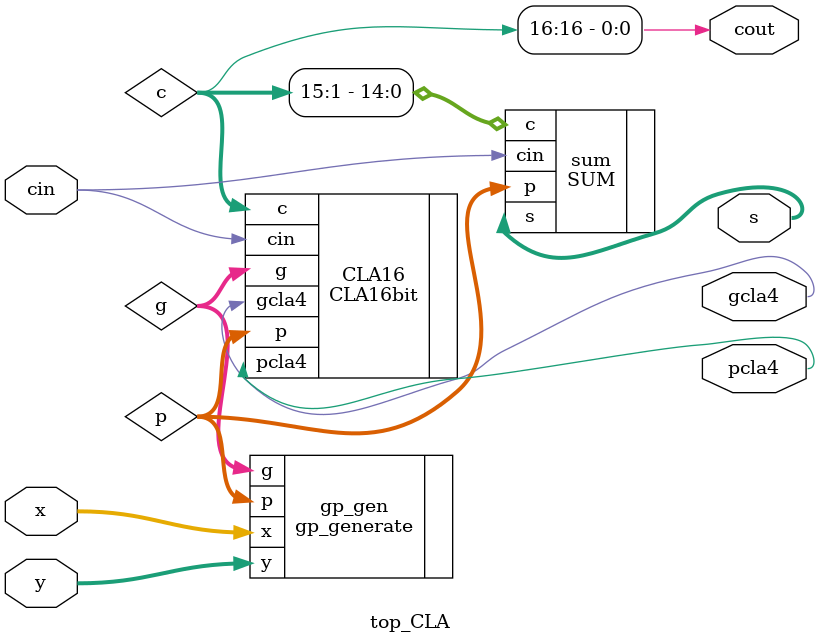
<source format=v>
module top_CLA (
input [15:0] x,y,
input cin,
output [15:0] s ,
output cout ,
output gcla4 , pcla4 
);
wire [15:0] p,g;
gp_generate gp_gen (
.x(x[15:0]),
.y(y[15:0]),
.p(p[15:0]),
.g(g[15:0])
);

wire [16:1]c;
CLA16bit CLA16 (
.p(p[15:0]),
.g(g[15:0]),
.cin(cin),
.c(c[16:1]),
.gcla4(gcla4),
.pcla4(pcla4)
);

SUM sum (
.cin(cin),
.c(c[15:1]),
.p(p[15:0]),
.s(s[15:0])
);
assign cout = c[16] ;

endmodule
</source>
